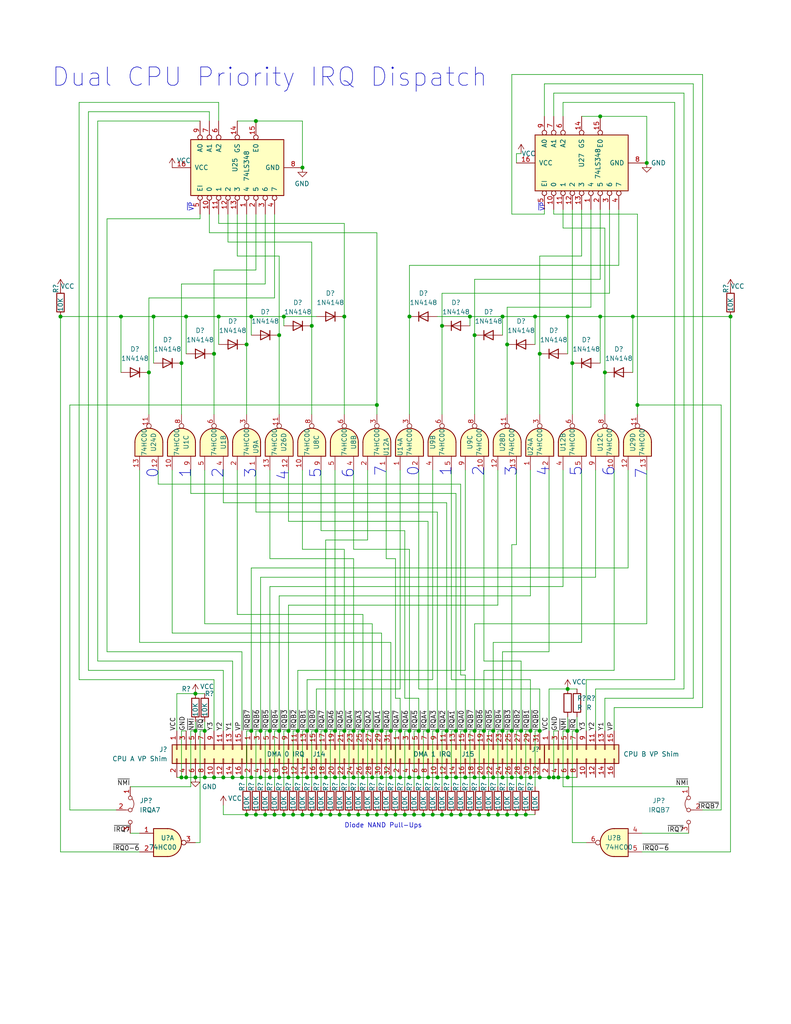
<source format=kicad_sch>
(kicad_sch (version 20211123) (generator eeschema)
  (paper "A" portrait)
  (junction (at 80.01 222.25))
  (junction (at 138.43 222.25))
  (junction (at 53.34 189.23))
  (junction (at 137.16 86.36))
  (junction (at 93.98 86.36))
  (junction (at 74.93 222.25))
  (junction (at 93.98 212.09))
  (junction (at 58.42 96.52))
  (junction (at 115.57 222.25))
  (junction (at 129.54 199.39))
  (junction (at 106.68 212.09))
  (junction (at 111.76 86.36))
  (junction (at 105.41 222.25))
  (junction (at 151.13 212.09))
  (junction (at 134.62 199.39))
  (junction (at 114.3 199.39))
  (junction (at 157.48 199.39))
  (junction (at 163.83 86.36))
  (junction (at 50.8 212.09))
  (junction (at 106.68 199.39))
  (junction (at 88.9 212.09))
  (junction (at 100.33 222.25))
  (junction (at 96.52 199.39))
  (junction (at 137.16 212.09))
  (junction (at 143.51 222.25))
  (junction (at 120.65 222.25))
  (junction (at 78.74 199.39))
  (junction (at 139.7 199.39))
  (junction (at 78.74 212.09))
  (junction (at 40.64 101.6))
  (junction (at 76.2 91.44))
  (junction (at 88.9 199.39))
  (junction (at 102.87 222.25))
  (junction (at 127 212.09))
  (junction (at 130.81 222.25))
  (junction (at 41.91 86.36))
  (junction (at 53.34 199.39))
  (junction (at 114.3 212.09))
  (junction (at 85.09 88.9))
  (junction (at 81.28 199.39))
  (junction (at 132.08 212.09))
  (junction (at 49.53 212.09))
  (junction (at 90.17 222.25))
  (junction (at 129.54 91.44))
  (junction (at 120.65 88.9))
  (junction (at 116.84 212.09))
  (junction (at 97.79 222.25))
  (junction (at 149.86 212.09))
  (junction (at 67.31 222.25))
  (junction (at 121.92 212.09))
  (junction (at 85.09 222.25))
  (junction (at 144.78 199.39))
  (junction (at 121.92 199.39))
  (junction (at 99.06 212.09))
  (junction (at 96.52 212.09))
  (junction (at 86.36 199.39))
  (junction (at 123.19 222.25))
  (junction (at 147.32 212.09))
  (junction (at 128.27 86.36))
  (junction (at 118.11 222.25))
  (junction (at 147.32 199.39))
  (junction (at 104.14 212.09))
  (junction (at 92.71 222.25))
  (junction (at 137.16 199.39))
  (junction (at 129.54 212.09))
  (junction (at 69.85 222.25))
  (junction (at 140.97 222.25))
  (junction (at 146.05 86.36))
  (junction (at 101.6 199.39))
  (junction (at 33.02 86.36))
  (junction (at 49.53 99.06))
  (junction (at 60.96 212.09))
  (junction (at 172.72 86.36))
  (junction (at 77.47 222.25))
  (junction (at 55.88 212.09))
  (junction (at 68.58 199.39))
  (junction (at 144.78 212.09))
  (junction (at 142.24 199.39))
  (junction (at 111.76 212.09))
  (junction (at 102.87 110.49))
  (junction (at 59.69 86.36))
  (junction (at 132.08 199.39))
  (junction (at 154.94 199.39))
  (junction (at 86.36 212.09))
  (junction (at 124.46 199.39))
  (junction (at 138.43 93.98))
  (junction (at 82.55 45.72))
  (junction (at 133.35 222.25))
  (junction (at 116.84 199.39))
  (junction (at 152.4 212.09))
  (junction (at 53.34 212.09))
  (junction (at 111.76 199.39))
  (junction (at 83.82 212.09))
  (junction (at 83.82 199.39))
  (junction (at 68.58 212.09))
  (junction (at 73.66 212.09))
  (junction (at 99.06 199.39))
  (junction (at 67.31 93.98))
  (junction (at 76.2 199.39))
  (junction (at 119.38 199.39))
  (junction (at 71.12 212.09))
  (junction (at 16.51 86.36))
  (junction (at 104.14 199.39))
  (junction (at 139.7 212.09))
  (junction (at 82.55 222.25))
  (junction (at 163.83 31.75))
  (junction (at 134.62 212.09))
  (junction (at 101.6 212.09))
  (junction (at 156.21 99.06))
  (junction (at 154.94 86.36))
  (junction (at 119.38 212.09))
  (junction (at 128.27 222.25))
  (junction (at 109.22 199.39))
  (junction (at 63.5 212.09))
  (junction (at 110.49 222.25))
  (junction (at 93.98 199.39))
  (junction (at 72.39 222.25))
  (junction (at 77.47 86.36))
  (junction (at 199.39 86.36))
  (junction (at 165.1 101.6))
  (junction (at 124.46 212.09))
  (junction (at 66.04 212.09))
  (junction (at 176.53 44.45))
  (junction (at 127 199.39))
  (junction (at 91.44 212.09))
  (junction (at 154.94 212.09))
  (junction (at 58.42 212.09))
  (junction (at 69.85 33.02))
  (junction (at 109.22 212.09))
  (junction (at 91.44 199.39))
  (junction (at 73.66 199.39))
  (junction (at 68.58 86.36))
  (junction (at 173.99 110.49))
  (junction (at 87.63 222.25))
  (junction (at 147.32 96.52))
  (junction (at 154.94 187.96))
  (junction (at 76.2 212.09))
  (junction (at 135.89 222.25))
  (junction (at 125.73 222.25))
  (junction (at 55.88 199.39))
  (junction (at 81.28 212.09))
  (junction (at 142.24 212.09))
  (junction (at 113.03 222.25))
  (junction (at 50.8 86.36))
  (junction (at 107.95 222.25))
  (junction (at 71.12 199.39))
  (junction (at 95.25 222.25))
  (wire (pts (xy 99.06 167.64) (xy 64.77 167.64)))
  (wire (pts (xy 64.77 33.02) (xy 69.85 33.02)))
  (wire (pts (xy 67.31 199.39) (xy 67.31 214.63)))
  (wire (pts (xy 144.78 199.39) (xy 143.51 199.39)))
  (wire (pts (xy 163.83 86.36) (xy 163.83 99.06)))
  (wire (pts (xy 69.85 199.39) (xy 69.85 214.63)))
  (wire (pts (xy 106.68 212.09) (xy 109.22 212.09)))
  (wire (pts (xy 129.54 170.18) (xy 129.54 199.39)))
  (wire (pts (xy 147.32 113.03) (xy 147.32 96.52)))
  (wire (pts (xy 114.3 199.39) (xy 113.03 199.39)))
  (wire (pts (xy 129.54 212.09) (xy 132.08 212.09)))
  (wire (pts (xy 173.99 58.42) (xy 173.99 110.49)))
  (wire (pts (xy 173.99 58.42) (xy 151.13 58.42)))
  (wire (pts (xy 143.51 222.25) (xy 140.97 222.25)))
  (wire (pts (xy 111.76 212.09) (xy 114.3 212.09)))
  (wire (pts (xy 118.11 199.39) (xy 118.11 214.63)))
  (wire (pts (xy 96.52 212.09) (xy 99.06 212.09)))
  (wire (pts (xy 152.4 212.09) (xy 154.94 212.09)))
  (wire (pts (xy 162.56 187.96) (xy 162.56 199.39)))
  (wire (pts (xy 72.39 58.42) (xy 72.39 77.47)))
  (wire (pts (xy 104.14 212.09) (xy 106.68 212.09)))
  (wire (pts (xy 142.24 41.91) (xy 140.97 41.91)))
  (wire (pts (xy 90.17 222.25) (xy 87.63 222.25)))
  (wire (pts (xy 154.94 86.36) (xy 154.94 96.52)))
  (wire (pts (xy 83.82 212.09) (xy 86.36 212.09)))
  (wire (pts (xy 137.16 199.39) (xy 137.16 177.8)))
  (wire (pts (xy 26.67 33.02) (xy 26.67 180.34)))
  (wire (pts (xy 101.6 170.18) (xy 55.88 170.18)))
  (wire (pts (xy 149.86 187.96) (xy 149.86 199.39)))
  (wire (pts (xy 83.82 185.42) (xy 118.11 185.42)))
  (wire (pts (xy 144.78 128.27) (xy 144.78 162.56)))
  (wire (pts (xy 96.52 152.4) (xy 96.52 199.39)))
  (wire (pts (xy 62.23 66.04) (xy 62.23 58.42)))
  (wire (pts (xy 54.61 58.42) (xy 54.61 59.69)))
  (wire (pts (xy 58.42 113.03) (xy 58.42 96.52)))
  (wire (pts (xy 132.08 180.34) (xy 132.08 128.27)))
  (wire (pts (xy 71.12 212.09) (xy 73.66 212.09)))
  (wire (pts (xy 81.28 199.39) (xy 80.01 199.39)))
  (wire (pts (xy 120.65 88.9) (xy 120.65 113.03)))
  (wire (pts (xy 82.55 33.02) (xy 82.55 45.72)))
  (wire (pts (xy 105.41 199.39) (xy 105.41 214.63)))
  (wire (pts (xy 57.15 63.5) (xy 102.87 63.5)))
  (wire (pts (xy 85.09 222.25) (xy 82.55 222.25)))
  (wire (pts (xy 69.85 222.25) (xy 67.31 222.25)))
  (wire (pts (xy 73.66 212.09) (xy 76.2 212.09)))
  (wire (pts (xy 107.95 152.4) (xy 105.41 152.4)))
  (wire (pts (xy 118.11 222.25) (xy 115.57 222.25)))
  (wire (pts (xy 93.98 60.96) (xy 59.69 60.96)))
  (wire (pts (xy 123.19 128.27) (xy 123.19 185.42)))
  (wire (pts (xy 50.8 212.09) (xy 53.34 212.09)))
  (wire (pts (xy 151.13 31.75) (xy 151.13 25.4)))
  (wire (pts (xy 107.95 190.5) (xy 107.95 152.4)))
  (wire (pts (xy 132.08 182.88) (xy 132.08 199.39)))
  (wire (pts (xy 49.53 99.06) (xy 49.53 77.47)))
  (wire (pts (xy 165.1 113.03) (xy 165.1 101.6)))
  (wire (pts (xy 165.1 62.23) (xy 153.67 62.23)))
  (wire (pts (xy 58.42 212.09) (xy 60.96 212.09)))
  (wire (pts (xy 99.06 199.39) (xy 99.06 167.64)))
  (wire (pts (xy 52.07 134.62) (xy 124.46 134.62)))
  (wire (pts (xy 41.91 86.36) (xy 33.02 86.36)))
  (wire (pts (xy 124.46 199.39) (xy 123.19 199.39)))
  (wire (pts (xy 35.56 227.33) (xy 38.1 227.33)))
  (wire (pts (xy 167.64 182.88) (xy 132.08 182.88)))
  (wire (pts (xy 167.64 128.27) (xy 167.64 182.88)))
  (wire (pts (xy 140.97 148.59) (xy 139.7 148.59)))
  (wire (pts (xy 69.85 33.02) (xy 82.55 33.02)))
  (wire (pts (xy 76.2 113.03) (xy 76.2 91.44)))
  (wire (pts (xy 189.23 22.86) (xy 189.23 190.5)))
  (wire (pts (xy 140.97 199.39) (xy 140.97 214.63)))
  (wire (pts (xy 63.5 180.34) (xy 63.5 199.39)))
  (wire (pts (xy 124.46 212.09) (xy 127 212.09)))
  (wire (pts (xy 60.96 219.71) (xy 60.96 222.25)))
  (wire (pts (xy 67.31 58.42) (xy 67.31 93.98)))
  (wire (pts (xy 88.9 147.32) (xy 100.33 147.32)))
  (wire (pts (xy 21.59 185.42) (xy 58.42 185.42)))
  (wire (pts (xy 109.22 212.09) (xy 111.76 212.09)))
  (wire (pts (xy 138.43 222.25) (xy 135.89 222.25)))
  (wire (pts (xy 116.84 212.09) (xy 119.38 212.09)))
  (wire (pts (xy 153.67 128.27) (xy 153.67 160.02)))
  (wire (pts (xy 146.05 222.25) (xy 143.51 222.25)))
  (wire (pts (xy 149.86 128.27) (xy 149.86 177.8)))
  (wire (pts (xy 85.09 199.39) (xy 85.09 214.63)))
  (wire (pts (xy 111.76 72.39) (xy 111.76 86.36)))
  (wire (pts (xy 121.92 212.09) (xy 124.46 212.09)))
  (wire (pts (xy 140.97 128.27) (xy 140.97 148.59)))
  (wire (pts (xy 16.51 86.36) (xy 16.51 232.41)))
  (wire (pts (xy 167.64 193.04) (xy 167.64 199.39)))
  (wire (pts (xy 147.32 199.39) (xy 147.32 187.96)))
  (wire (pts (xy 86.36 187.96) (xy 86.36 199.39)))
  (wire (pts (xy 59.69 60.96) (xy 59.69 58.42)))
  (wire (pts (xy 50.8 86.36) (xy 41.91 86.36)))
  (wire (pts (xy 146.05 86.36) (xy 154.94 86.36)))
  (wire (pts (xy 113.03 222.25) (xy 110.49 222.25)))
  (wire (pts (xy 88.9 212.09) (xy 91.44 212.09)))
  (wire (pts (xy 166.37 57.15) (xy 166.37 80.01)))
  (wire (pts (xy 142.24 212.09) (xy 144.78 212.09)))
  (wire (pts (xy 73.66 160.02) (xy 153.67 160.02)))
  (wire (pts (xy 157.48 195.58) (xy 157.48 199.39)))
  (wire (pts (xy 66.04 177.8) (xy 66.04 199.39)))
  (wire (pts (xy 86.36 199.39) (xy 85.09 199.39)))
  (wire (pts (xy 127 199.39) (xy 125.73 199.39)))
  (wire (pts (xy 102.87 63.5) (xy 102.87 110.49)))
  (wire (pts (xy 82.55 222.25) (xy 80.01 222.25)))
  (wire (pts (xy 68.58 199.39) (xy 67.31 199.39)))
  (wire (pts (xy 104.14 172.72) (xy 104.14 199.39)))
  (wire (pts (xy 151.13 25.4) (xy 186.69 25.4)))
  (wire (pts (xy 121.92 137.16) (xy 121.92 199.39)))
  (wire (pts (xy 151.13 212.09) (xy 152.4 212.09)))
  (wire (pts (xy 52.07 128.27) (xy 52.07 134.62)))
  (wire (pts (xy 55.88 189.23) (xy 53.34 189.23)))
  (wire (pts (xy 138.43 199.39) (xy 138.43 214.63)))
  (wire (pts (xy 191.77 220.98) (xy 196.85 220.98)))
  (wire (pts (xy 109.22 187.96) (xy 86.36 187.96)))
  (wire (pts (xy 24.13 182.88) (xy 60.96 182.88)))
  (wire (pts (xy 121.92 199.39) (xy 120.65 199.39)))
  (wire (pts (xy 113.03 199.39) (xy 113.03 214.63)))
  (wire (pts (xy 59.69 27.94) (xy 59.69 33.02)))
  (wire (pts (xy 133.35 199.39) (xy 133.35 214.63)))
  (wire (pts (xy 52.07 199.39) (xy 52.07 214.63)))
  (wire (pts (xy 78.74 128.27) (xy 78.74 142.24)))
  (wire (pts (xy 158.75 69.85) (xy 158.75 57.15)))
  (wire (pts (xy 60.96 128.27) (xy 60.96 137.16)))
  (wire (pts (xy 128.27 86.36) (xy 137.16 86.36)))
  (wire (pts (xy 107.95 199.39) (xy 107.95 214.63)))
  (wire (pts (xy 19.05 110.49) (xy 19.05 220.98)))
  (wire (pts (xy 125.73 132.08) (xy 125.73 184.15)))
  (wire (pts (xy 109.22 199.39) (xy 109.22 190.5)))
  (wire (pts (xy 49.53 212.09) (xy 50.8 212.09)))
  (wire (pts (xy 97.79 222.25) (xy 95.25 222.25)))
  (wire (pts (xy 67.31 222.25) (xy 60.96 222.25)))
  (wire (pts (xy 53.34 196.85) (xy 53.34 199.39)))
  (wire (pts (xy 127 212.09) (xy 129.54 212.09)))
  (wire (pts (xy 104.14 199.39) (xy 102.87 199.39)))
  (wire (pts (xy 57.15 58.42) (xy 57.15 63.5)))
  (wire (pts (xy 85.09 88.9) (xy 85.09 66.04)))
  (wire (pts (xy 99.06 212.09) (xy 101.6 212.09)))
  (wire (pts (xy 139.7 148.59) (xy 139.7 199.39)))
  (wire (pts (xy 176.53 170.18) (xy 129.54 170.18)))
  (wire (pts (xy 69.85 139.7) (xy 119.38 139.7)))
  (wire (pts (xy 156.21 113.03) (xy 156.21 99.06)))
  (wire (pts (xy 100.33 222.25) (xy 97.79 222.25)))
  (wire (pts (xy 93.98 113.03) (xy 93.98 86.36)))
  (wire (pts (xy 60.96 182.88) (xy 60.96 199.39)))
  (wire (pts (xy 132.08 199.39) (xy 130.81 199.39)))
  (wire (pts (xy 100.33 199.39) (xy 100.33 214.63)))
  (wire (pts (xy 135.89 165.1) (xy 135.89 128.27)))
  (wire (pts (xy 175.26 232.41) (xy 199.39 232.41)))
  (wire (pts (xy 69.85 58.42) (xy 69.85 73.66)))
  (wire (pts (xy 85.09 66.04) (xy 62.23 66.04)))
  (wire (pts (xy 86.36 212.09) (xy 88.9 212.09)))
  (wire (pts (xy 43.18 132.08) (xy 125.73 132.08)))
  (wire (pts (xy 138.43 93.98) (xy 138.43 113.03)))
  (wire (pts (xy 146.05 86.36) (xy 146.05 93.98)))
  (wire (pts (xy 127 182.88) (xy 81.28 182.88)))
  (wire (pts (xy 154.94 86.36) (xy 163.83 86.36)))
  (wire (pts (xy 151.13 57.15) (xy 151.13 58.42)))
  (wire (pts (xy 156.21 57.15) (xy 156.21 99.06)))
  (wire (pts (xy 114.3 199.39) (xy 114.3 190.5)))
  (wire (pts (xy 82.55 149.86) (xy 93.98 149.86)))
  (wire (pts (xy 101.6 199.39) (xy 100.33 199.39)))
  (wire (pts (xy 82.55 199.39) (xy 82.55 214.63)))
  (wire (pts (xy 73.66 152.4) (xy 96.52 152.4)))
  (wire (pts (xy 68.58 91.44) (xy 68.58 86.36)))
  (wire (pts (xy 72.39 222.25) (xy 69.85 222.25)))
  (wire (pts (xy 114.3 190.5) (xy 110.49 190.5)))
  (wire (pts (xy 60.96 212.09) (xy 63.5 212.09)))
  (wire (pts (xy 111.76 199.39) (xy 110.49 199.39)))
  (wire (pts (xy 102.87 110.49) (xy 19.05 110.49)))
  (wire (pts (xy 116.84 142.24) (xy 116.84 199.39)))
  (wire (pts (xy 82.55 128.27) (xy 82.55 149.86)))
  (wire (pts (xy 165.1 190.5) (xy 165.1 199.39)))
  (wire (pts (xy 92.71 199.39) (xy 92.71 214.63)))
  (wire (pts (xy 143.51 199.39) (xy 143.51 214.63)))
  (wire (pts (xy 147.32 187.96) (xy 114.3 187.96)))
  (wire (pts (xy 73.66 199.39) (xy 73.66 160.02)))
  (wire (pts (xy 111.76 72.39) (xy 168.91 72.39)))
  (wire (pts (xy 76.2 199.39) (xy 76.2 162.56)))
  (wire (pts (xy 111.76 149.86) (xy 111.76 199.39)))
  (wire (pts (xy 137.16 212.09) (xy 139.7 212.09)))
  (wire (pts (xy 93.98 199.39) (xy 92.71 199.39)))
  (wire (pts (xy 156.21 229.87) (xy 156.21 199.39)))
  (wire (pts (xy 176.53 128.27) (xy 176.53 170.18)))
  (wire (pts (xy 58.42 96.52) (xy 58.42 73.66)))
  (wire (pts (xy 142.24 199.39) (xy 142.24 180.34)))
  (wire (pts (xy 147.32 96.52) (xy 147.32 69.85)))
  (wire (pts (xy 88.9 199.39) (xy 88.9 147.32)))
  (wire (pts (xy 73.66 128.27) (xy 73.66 152.4)))
  (wire (pts (xy 87.63 144.78) (xy 87.63 128.27)))
  (wire (pts (xy 148.59 58.42) (xy 139.7 58.42)))
  (wire (pts (xy 85.09 113.03) (xy 85.09 88.9)))
  (wire (pts (xy 55.88 212.09) (xy 58.42 212.09)))
  (wire (pts (xy 161.29 83.82) (xy 161.29 57.15)))
  (wire (pts (xy 137.16 177.8) (xy 149.86 177.8)))
  (wire (pts (xy 135.89 199.39) (xy 135.89 214.63)))
  (wire (pts (xy 146.05 199.39) (xy 146.05 214.63)))
  (wire (pts (xy 63.5 212.09) (xy 66.04 212.09)))
  (wire (pts (xy 148.59 22.86) (xy 189.23 22.86)))
  (wire (pts (xy 156.21 199.39) (xy 157.48 199.39)))
  (wire (pts (xy 50.8 86.36) (xy 50.8 96.52)))
  (wire (pts (xy 125.73 184.15) (xy 127 184.15)))
  (wire (pts (xy 97.79 199.39) (xy 97.79 214.63)))
  (wire (pts (xy 38.1 128.27) (xy 38.1 175.26)))
  (wire (pts (xy 168.91 57.15) (xy 168.91 72.39)))
  (wire (pts (xy 109.22 190.5) (xy 107.95 190.5)))
  (wire (pts (xy 52.07 199.39) (xy 53.34 199.39)))
  (wire (pts (xy 116.84 199.39) (xy 115.57 199.39)))
  (wire (pts (xy 134.62 199.39) (xy 133.35 199.39)))
  (wire (pts (xy 109.22 199.39) (xy 107.95 199.39)))
  (wire (pts (xy 191.77 193.04) (xy 167.64 193.04)))
  (wire (pts (xy 148.59 58.42) (xy 148.59 57.15)))
  (wire (pts (xy 53.34 212.09) (xy 55.88 212.09)))
  (wire (pts (xy 83.82 199.39) (xy 83.82 185.42)))
  (wire (pts (xy 176.53 31.75) (xy 176.53 44.45)))
  (wire (pts (xy 87.63 222.25) (xy 85.09 222.25)))
  (wire (pts (xy 29.21 59.69) (xy 29.21 177.8)))
  (wire (pts (xy 153.67 31.75) (xy 153.67 27.94)))
  (wire (pts (xy 93.98 149.86) (xy 93.98 199.39)))
  (wire (pts (xy 189.23 190.5) (xy 165.1 190.5)))
  (wire (pts (xy 140.97 222.25) (xy 138.43 222.25)))
  (wire (pts (xy 129.54 76.2) (xy 163.83 76.2)))
  (wire (pts (xy 171.45 154.94) (xy 171.45 128.27)))
  (wire (pts (xy 137.16 86.36) (xy 146.05 86.36)))
  (wire (pts (xy 161.29 83.82) (xy 138.43 83.82)))
  (wire (pts (xy 58.42 73.66) (xy 69.85 73.66)))
  (wire (pts (xy 115.57 222.25) (xy 113.03 222.25)))
  (wire (pts (xy 127 128.27) (xy 127 182.88)))
  (wire (pts (xy 123.19 222.25) (xy 120.65 222.25)))
  (wire (pts (xy 129.54 91.44) (xy 129.54 76.2)))
  (wire (pts (xy 153.67 199.39) (xy 154.94 199.39)))
  (wire (pts (xy 46.99 128.27) (xy 46.99 172.72)))
  (wire (pts (xy 78.74 212.09) (xy 81.28 212.09)))
  (wire (pts (xy 157.48 187.96) (xy 154.94 187.96)))
  (wire (pts (xy 96.52 128.27) (xy 96.52 149.86)))
  (wire (pts (xy 129.54 199.39) (xy 128.27 199.39)))
  (wire (pts (xy 80.01 222.25) (xy 77.47 222.25)))
  (wire (pts (xy 154.94 187.96) (xy 149.86 187.96)))
  (wire (pts (xy 38.1 175.26) (xy 106.68 175.26)))
  (wire (pts (xy 49.53 113.03) (xy 49.53 99.06)))
  (wire (pts (xy 59.69 27.94) (xy 21.59 27.94)))
  (wire (pts (xy 41.91 86.36) (xy 41.91 99.06)))
  (wire (pts (xy 96.52 199.39) (xy 95.25 199.39)))
  (wire (pts (xy 78.74 199.39) (xy 77.47 199.39)))
  (wire (pts (xy 26.67 180.34) (xy 63.5 180.34)))
  (wire (pts (xy 68.58 199.39) (xy 68.58 154.94)))
  (wire (pts (xy 78.74 165.1) (xy 135.89 165.1)))
  (wire (pts (xy 102.87 110.49) (xy 102.87 113.03)))
  (wire (pts (xy 175.26 227.33) (xy 187.96 227.33)))
  (wire (pts (xy 114.3 212.09) (xy 116.84 212.09)))
  (wire (pts (xy 114.3 187.96) (xy 114.3 128.27)))
  (wire (pts (xy 105.41 222.25) (xy 102.87 222.25)))
  (wire (pts (xy 76.2 212.09) (xy 78.74 212.09)))
  (wire (pts (xy 101.6 212.09) (xy 104.14 212.09)))
  (wire (pts (xy 24.13 30.48) (xy 24.13 182.88)))
  (wire (pts (xy 130.81 222.25) (xy 128.27 222.25)))
  (wire (pts (xy 163.83 31.75) (xy 176.53 31.75)))
  (wire (pts (xy 72.39 199.39) (xy 72.39 214.63)))
  (wire (pts (xy 35.56 214.63) (xy 52.07 214.63)))
  (wire (pts (xy 59.69 86.36) (xy 59.69 93.98)))
  (wire (pts (xy 129.54 91.44) (xy 129.54 113.03)))
  (wire (pts (xy 55.88 199.39) (xy 54.61 199.39)))
  (wire (pts (xy 67.31 93.98) (xy 67.31 113.03)))
  (wire (pts (xy 49.53 199.39) (xy 49.53 212.09)))
  (wire (pts (xy 165.1 62.23) (xy 165.1 101.6)))
  (wire (pts (xy 124.46 134.62) (xy 124.46 199.39)))
  (wire (pts (xy 158.75 31.75) (xy 163.83 31.75)))
  (wire (pts (xy 76.2 91.44) (xy 76.2 69.85)))
  (wire (pts (xy 139.7 212.09) (xy 142.24 212.09)))
  (wire (pts (xy 88.9 199.39) (xy 87.63 199.39)))
  (wire (pts (xy 172.72 86.36) (xy 172.72 101.6)))
  (wire (pts (xy 77.47 199.39) (xy 77.47 214.63)))
  (wire (pts (xy 19.05 220.98) (xy 31.75 220.98)))
  (wire (pts (xy 128.27 86.36) (xy 128.27 88.9)))
  (wire (pts (xy 110.49 199.39) (xy 110.49 214.63)))
  (wire (pts (xy 48.26 189.23) (xy 48.26 199.39)))
  (wire (pts (xy 110.49 144.78) (xy 87.63 144.78)))
  (wire (pts (xy 128.27 222.25) (xy 125.73 222.25)))
  (wire (pts (xy 184.15 185.42) (xy 160.02 185.42)))
  (wire (pts (xy 186.69 25.4) (xy 186.69 187.96)))
  (wire (pts (xy 77.47 86.36) (xy 68.58 86.36)))
  (wire (pts (xy 33.02 86.36) (xy 16.51 86.36)))
  (wire (pts (xy 153.67 214.63) (xy 187.96 214.63)))
  (wire (pts (xy 153.67 62.23) (xy 153.67 57.15)))
  (wire (pts (xy 54.61 199.39) (xy 54.61 229.87)))
  (wire (pts (xy 81.28 182.88) (xy 81.28 199.39)))
  (wire (pts (xy 118.11 185.42) (xy 118.11 128.27)))
  (wire (pts (xy 68.58 154.94) (xy 171.45 154.94)))
  (wire (pts (xy 66.04 212.09) (xy 68.58 212.09)))
  (wire (pts (xy 83.82 199.39) (xy 82.55 199.39)))
  (wire (pts (xy 120.65 80.01) (xy 120.65 88.9)))
  (wire (pts (xy 68.58 86.36) (xy 59.69 86.36)))
  (wire (pts (xy 64.77 167.64) (xy 64.77 128.27)))
  (wire (pts (xy 133.35 222.25) (xy 130.81 222.25)))
  (wire (pts (xy 147.32 212.09) (xy 149.86 212.09)))
  (wire (pts (xy 119.38 199.39) (xy 118.11 199.39)))
  (wire (pts (xy 138.43 83.82) (xy 138.43 93.98)))
  (wire (pts (xy 95.25 199.39) (xy 95.25 214.63)))
  (wire (pts (xy 144.78 185.42) (xy 144.78 199.39)))
  (wire (pts (xy 109.22 128.27) (xy 109.22 187.96)))
  (wire (pts (xy 40.64 81.28) (xy 74.93 81.28)))
  (wire (pts (xy 74.93 199.39) (xy 74.93 214.63)))
  (wire (pts (xy 91.44 199.39) (xy 90.17 199.39)))
  (wire (pts (xy 154.94 195.58) (xy 154.94 199.39)))
  (wire (pts (xy 96.52 149.86) (xy 111.76 149.86)))
  (wire (pts (xy 40.64 101.6) (xy 40.64 81.28)))
  (wire (pts (xy 149.86 212.09) (xy 151.13 212.09)))
  (wire (pts (xy 153.67 214.63) (xy 153.67 199.39)))
  (wire (pts (xy 90.17 199.39) (xy 90.17 214.63)))
  (wire (pts (xy 69.85 128.27) (xy 69.85 139.7)))
  (wire (pts (xy 40.64 113.03) (xy 40.64 101.6)))
  (wire (pts (xy 68.58 212.09) (xy 71.12 212.09)))
  (wire (pts (xy 77.47 222.25) (xy 74.93 222.25)))
  (wire (pts (xy 64.77 69.85) (xy 64.77 58.42)))
  (wire (pts (xy 123.19 185.42) (xy 144.78 185.42)))
  (wire (pts (xy 130.81 199.39) (xy 130.81 214.63)))
  (wire (pts (xy 29.21 59.69) (xy 54.61 59.69)))
  (wire (pts (xy 76.2 162.56) (xy 144.78 162.56)))
  (wire (pts (xy 102.87 199.39) (xy 102.87 214.63)))
  (wire (pts (xy 111.76 113.03) (xy 111.76 86.36)))
  (wire (pts (xy 139.7 20.32) (xy 139.7 58.42)))
  (wire (pts (xy 119.38 139.7) (xy 119.38 199.39)))
  (wire (pts (xy 137.16 199.39) (xy 135.89 199.39)))
  (wire (pts (xy 196.85 220.98) (xy 196.85 110.49)))
  (wire (pts (xy 132.08 212.09) (xy 134.62 212.09)))
  (wire (pts (xy 73.66 199.39) (xy 72.39 199.39)))
  (wire (pts (xy 95.25 222.25) (xy 92.71 222.25)))
  (wire (pts (xy 53.34 189.23) (xy 48.26 189.23)))
  (wire (pts (xy 147.32 69.85) (xy 158.75 69.85)))
  (wire (pts (xy 48.26 212.09) (xy 49.53 212.09)))
  (wire (pts (xy 196.85 110.49) (xy 173.99 110.49)))
  (wire (pts (xy 158.75 175.26) (xy 134.62 175.26)))
  (wire (pts (xy 78.74 165.1) (xy 78.74 199.39)))
  (wire (pts (xy 137.16 91.44) (xy 137.16 86.36)))
  (wire (pts (xy 135.89 222.25) (xy 133.35 222.25)))
  (wire (pts (xy 91.44 212.09) (xy 93.98 212.09)))
  (wire (pts (xy 139.7 199.39) (xy 138.43 199.39)))
  (wire (pts (xy 93.98 86.36) (xy 93.98 60.96)))
  (wire (pts (xy 78.74 142.24) (xy 116.84 142.24)))
  (wire (pts (xy 58.42 185.42) (xy 58.42 199.39)))
  (wire (pts (xy 92.71 222.25) (xy 90.17 222.25)))
  (wire (pts (xy 154.94 212.09) (xy 157.48 212.09)))
  (wire (pts (xy 91.44 128.27) (xy 91.44 199.39)))
  (wire (pts (xy 24.13 30.48) (xy 57.15 30.48)))
  (wire (pts (xy 106.68 199.39) (xy 105.41 199.39)))
  (wire (pts (xy 102.87 222.25) (xy 100.33 222.25)))
  (wire (pts (xy 105.41 152.4) (xy 105.41 128.27)))
  (wire (pts (xy 125.73 199.39) (xy 125.73 214.63)))
  (wire (pts (xy 60.96 137.16) (xy 121.92 137.16)))
  (wire (pts (xy 80.01 199.39) (xy 80.01 214.63)))
  (wire (pts (xy 163.83 57.15) (xy 163.83 76.2)))
  (wire (pts (xy 142.24 180.34) (xy 132.08 180.34)))
  (wire (pts (xy 74.93 222.25) (xy 72.39 222.25)))
  (wire (pts (xy 158.75 128.27) (xy 158.75 175.26)))
  (wire (pts (xy 153.67 27.94) (xy 184.15 27.94)))
  (wire (pts (xy 162.56 128.27) (xy 162.56 157.48)))
  (wire (pts (xy 16.51 232.41) (xy 38.1 232.41)))
  (wire (pts (xy 134.62 175.26) (xy 134.62 199.39)))
  (wire (pts (xy 74.93 58.42) (xy 74.93 81.28)))
  (wire (pts (xy 87.63 199.39) (xy 87.63 214.63)))
  (wire (pts (xy 43.18 128.27) (xy 43.18 132.08)))
  (wire (pts (xy 99.06 199.39) (xy 97.79 199.39)))
  (wire (pts (xy 81.28 212.09) (xy 83.82 212.09)))
  (wire (pts (xy 120.65 222.25) (xy 118.11 222.25)))
  (wire (pts (xy 29.21 177.8) (xy 66.04 177.8)))
  (wire (pts (xy 128.27 199.39) (xy 128.27 214.63)))
  (wire (pts (xy 119.38 86.36) (xy 128.27 86.36)))
  (wire (pts (xy 144.78 212.09) (xy 147.32 212.09)))
  (wire (pts (xy 125.73 222.25) (xy 123.19 222.25)))
  (wire (pts (xy 110.49 222.25) (xy 107.95 222.25)))
  (wire (pts (xy 139.7 20.32) (xy 191.77 20.32)))
  (wire (pts (xy 100.33 147.32) (xy 100.33 128.27)))
  (wire (pts (xy 33.02 86.36) (xy 33.02 101.6)))
  (wire (pts (xy 71.12 199.39) (xy 71.12 157.48)))
  (wire (pts (xy 46.99 172.72) (xy 104.14 172.72)))
  (wire (pts (xy 148.59 31.75) (xy 148.59 22.86)))
  (wire (pts (xy 59.69 86.36) (xy 50.8 86.36)))
  (wire (pts (xy 119.38 212.09) (xy 121.92 212.09)))
  (wire (pts (xy 191.77 20.32) (xy 191.77 193.04)))
  (wire (pts (xy 172.72 86.36) (xy 199.39 86.36)))
  (wire (pts (xy 199.39 86.36) (xy 199.39 232.41)))
  (wire (pts (xy 49.53 77.47) (xy 72.39 77.47)))
  (wire (pts (xy 54.61 229.87) (xy 53.34 229.87)))
  (wire (pts (xy 107.95 222.25) (xy 105.41 222.25)))
  (wire (pts (xy 57.15 30.48) (xy 57.15 33.02)))
  (wire (pts (xy 152.4 199.39) (xy 151.13 199.39)))
  (wire (pts (xy 55.88 196.85) (xy 55.88 199.39)))
  (wire (pts (xy 54.61 33.02) (xy 26.67 33.02)))
  (wire (pts (xy 134.62 212.09) (xy 137.16 212.09)))
  (wire (pts (xy 156.21 229.87) (xy 160.02 229.87)))
  (wire (pts (xy 173.99 110.49) (xy 173.99 113.03)))
  (wire (pts (xy 76.2 69.85) (xy 64.77 69.85)))
  (wire (pts (xy 147.32 199.39) (xy 146.05 199.39)))
  (wire (pts (xy 71.12 199.39) (xy 69.85 199.39)))
  (wire (pts (xy 184.15 27.94) (xy 184.15 185.42)))
  (wire (pts (xy 76.2 199.39) (xy 74.93 199.39)))
  (wire (pts (xy 101.6 199.39) (xy 101.6 170.18)))
  (wire (pts (xy 142.24 199.39) (xy 140.97 199.39)))
  (wire (pts (xy 106.68 175.26) (xy 106.68 199.39)))
  (wire (pts (xy 120.65 199.39) (xy 120.65 214.63)))
  (wire (pts (xy 151.13 199.39) (xy 151.13 212.09)))
  (wire (pts (xy 163.83 86.36) (xy 172.72 86.36)))
  (wire (pts (xy 160.02 185.42) (xy 160.02 199.39)))
  (wire (pts (xy 162.56 187.96) (xy 186.69 187.96)))
  (wire (pts (xy 21.59 27.94) (xy 21.59 185.42)))
  (wire (pts (xy 123.19 199.39) (xy 123.19 214.63)))
  (wire (pts (xy 86.36 86.36) (xy 77.47 86.36)))
  (wire (pts (xy 55.88 170.18) (xy 55.88 128.27)))
  (wire (pts (xy 110.49 190.5) (xy 110.49 144.78)))
  (wire (pts (xy 71.12 157.48) (xy 162.56 157.48)))
  (wire (pts (xy 120.65 80.01) (xy 166.37 80.01)))
  (wire (pts (xy 140.97 41.91) (xy 140.97 44.45)))
  (wire (pts (xy 115.57 199.39) (xy 115.57 214.63)))
  (wire (pts (xy 77.47 86.36) (xy 77.47 88.9)))
  (wire (pts (xy 127 184.15) (xy 127 199.39)))
  (wire (pts (xy 50.8 199.39) (xy 49.53 199.39)))
  (wire (pts (xy 93.98 212.09) (xy 96.52 212.09)))
  (text "5" (at 159.004 130.175 90) (effects (font (size 3 3)) (justify left bottom)))
  (text "0\n" (at 114.554 130.175 90) (effects (font (size 3 3)) (justify left bottom)))
  (text "3" (at 141.224 130.175 90) (effects (font (size 3 3)) (justify left bottom)))
  (text "7" (at 176.784 130.81 90) (effects (font (size 3 3)) (justify left bottom)))
  (text "0\n" (at 43.434 127.635 270) (effects (font (size 3 3)) (justify right bottom)))
  (text "7" (at 105.664 130.175 90) (effects (font (size 3 3)) (justify left bottom)))
  (text "~{VP}" (at 148.844 57.785 90) (effects (font (size 1.27 1.27)) (justify left bottom)))
  (text "1" (at 52.324 127.635 270) (effects (font (size 3 3)) (justify right bottom)))
  (text "2" (at 132.334 130.175 90) (effects (font (size 3 3)) (justify left bottom)))
  (text "~{VP}" (at 52.959 57.785 90) (effects (font (size 1.27 1.27)) (justify left bottom)))
  (text "6" (at 96.774 127.635 270) (effects (font (size 3 3)) (justify right bottom)))
  (text "4" (at 78.994 128.27 270) (effects (font (size 3 3)) (justify right bottom)))
  (text "5" (at 87.884 127.635 270) (effects (font (size 3 3)) (justify right bottom)))
  (text "1" (at 123.444 130.175 90) (effects (font (size 3 3)) (justify left bottom)))
  (text "Dual CPU Priority IRQ Dispatch" (at 13.97 24.13 0) (effects (font (size 5 5)) (justify left bottom)))
  (text "2" (at 61.214 127.635 270) (effects (font (size 3 3)) (justify right bottom)))
  (text "4" (at 150.114 130.175 90) (effects (font (size 3 3)) (justify left bottom)))
  (text "Diode NAND Pull-Ups" (at 93.98 226.06 0) (effects (font (size 1.27 1.27)) (justify left bottom)))
  (text "3" (at 70.104 127.635 270) (effects (font (size 3 3)) (justify right bottom)))
  (text "6" (at 167.894 130.175 90) (effects (font (size 3 3)) (justify left bottom)))
  (label "~{IRQB4}" (at 137.16 199.39 90))
  (label "~{IRQA5}" (at 114.3 199.39 90))
  (label "~{IRQA3}" (at 99.06 199.39 90))
  (label "~{IRQB0}" (at 86.36 199.39 90))
  (label "~{NMI}" (at 154.94 199.39 90))
  (label "~{IRQA2}" (at 101.6 199.39 90))
  (label "~{IRQA5}" (at 93.98 199.39 90))
  (label "~{IRQB7}" (at 129.54 199.39 90))
  (label "~{IRQA2}" (at 121.92 199.39 90))
  (label "VP" (at 167.64 199.39 90))
  (label "~{IRQ0-6}" (at 38.1 232.41 180))
  (label "~{IRQB6}" (at 71.12 199.39 90))
  (label "~{IRQA7}" (at 88.9 199.39 90))
  (label "~{IRQB0}" (at 147.32 199.39 90))
  (label "~{IRQA4}" (at 116.84 199.39 90))
  (label "~{NMI}" (at 187.96 214.63 180))
  (label "~{IRQA4}" (at 96.52 199.39 90))
  (label "Y3" (at 160.02 199.39 90))
  (label "Y3" (at 58.42 199.39 90))
  (label "~{IRQ7}" (at 35.56 227.33 180))
  (label "VCC" (at 149.86 199.39 90))
  (label "~{IRQA0}" (at 106.68 199.39 90))
  (label "~{IRQA1}" (at 124.46 199.39 90))
  (label "~{IRQA1}" (at 104.14 199.39 90))
  (label "~{IRQA3}" (at 119.38 199.39 90))
  (label "~{IRQA7}" (at 109.22 199.39 90))
  (label "VCC" (at 48.26 199.39 90))
  (label "GND" (at 50.8 199.39 90))
  (label "~{IRQ}" (at 157.48 199.39 90))
  (label "GND" (at 152.4 199.39 90))
  (label "~{IRQB3}" (at 78.74 199.39 90))
  (label "~{IRQB5}" (at 134.62 199.39 90))
  (label "~{IRQB2}" (at 81.28 199.39 90))
  (label "~{NMI}" (at 53.34 199.39 90))
  (label "~{IRQ7}" (at 186.69 227.33 180))
  (label "~{IRQ0-6}" (at 175.26 232.41 0))
  (label "~{IRQB1}" (at 83.82 199.39 90))
  (label "Y2" (at 162.56 199.39 90))
  (label "~{IRQA6}" (at 91.44 199.39 90))
  (label "~{IRQB6}" (at 132.08 199.39 90))
  (label "~{IRQA0}" (at 127 199.39 90))
  (label "Y1" (at 165.1 199.39 90))
  (label "~{IRQB2}" (at 142.24 199.39 90))
  (label "~{IRQB7}" (at 190.5 220.98 0))
  (label "~{IRQB7}" (at 68.58 199.39 90))
  (label "~{IRQB5}" (at 73.66 199.39 90))
  (label "~{IRQB1}" (at 144.78 199.39 90))
  (label "~{IRQB3}" (at 139.7 199.39 90))
  (label "VP" (at 66.04 199.39 90))
  (label "~{IRQ}" (at 55.88 199.39 90))
  (label "~{NMI}" (at 35.56 214.63 180))
  (label "~{IRQB4}" (at 76.2 199.39 90))
  (label "Y1" (at 63.5 199.39 90))
  (label "~{IRQA6}" (at 111.76 199.39 90))
  (label "Y2" (at 60.96 199.39 90))
  (symbol (lib_id "Device:R") (at 97.79 218.44 0) (unit 1)
    (property "Reference" "R?" (at 96.52 215.8999 90) (effects (justify left)))
    (property "Value" "10K" (at 97.79 220.9799 90) (effects (justify left)))
  )
  (symbol (lib_id "Device:R") (at 67.31 218.44 0) (unit 1)
    (property "Reference" "R?" (at 66.04 215.8999 90) (effects (justify left)))
    (property "Value" "10K" (at 67.31 220.9799 90) (effects (justify left)))
  )
  (symbol (lib_id "74xx:74HC00") (at 45.72 229.87 0) (unit 1)
    (property "Reference" "U?" (at 45.72 228.6 0))
    (property "Value" "74HC00" (at 44.45 231.14 0))
    (property "Datasheet" "http://www.ti.com/lit/gpn/sn74hc00" (effects hide))
  )
  (symbol (lib_id "power:GND") (at 53.34 212.09 0) (mirror y) (unit 1)
    (property "Reference" "#PWR027" (effects hide))
    (property "Value" "GND" (at 57.15 214.63 0))
  )
  (symbol (lib_id "Diode:1N4148") (at 142.24 93.98 0) (unit 1)
    (property "Reference" "D?" (at 142.24 87.63 0))
    (property "Value" "1N4148" (at 142.24 90.17 0))
    (property "Footprint" "Diode_THT:D_DO-35_SOD27_P7.62mm_Horizontal" (effects hide))
    (property "Datasheet" "https://assets.nexperia.com/documents/data-sheet/1N4148_1N4448.pdf" (effects hide))
  )
  (symbol (lib_id "Device:R") (at 146.05 218.44 0) (unit 1)
    (property "Reference" "R?" (at 144.78 215.8999 90) (effects (justify left)))
    (property "Value" "10K" (at 146.05 220.9799 90) (effects (justify left)))
  )
  (symbol (lib_id "74xx:74LS348") (at 158.75 44.45 90) (unit 1)
    (property "Reference" "U27" (at 158.75 45.72 0) (effects (justify left)))
    (property "Value" "74LS348" (at 163.195 48.895 0) (effects (justify left)))
    (property "Datasheet" "http://www.ti.com/lit/gpn/sn74LS348" (effects hide))
  )
  (symbol (lib_id "Diode:1N4148") (at 160.02 99.06 0) (unit 1)
    (property "Reference" "D?" (at 160.02 92.71 0))
    (property "Value" "1N4148" (at 160.02 95.25 0))
    (property "Footprint" "Diode_THT:D_DO-35_SOD27_P7.62mm_Horizontal" (effects hide))
    (property "Datasheet" "https://assets.nexperia.com/documents/data-sheet/1N4148_1N4448.pdf" (effects hide))
  )
  (symbol (lib_name "VCC_1") (lib_id "power:VCC") (at 199.39 78.74 0) (unit 1)
    (property "Reference" "#PWR?" (effects hide))
    (property "Value" "VCC" (at 201.295 78.105 0))
  )
  (symbol (lib_id "Device:R") (at 107.95 218.44 0) (unit 1)
    (property "Reference" "R?" (at 106.68 215.8999 90) (effects (justify left)))
    (property "Value" "10K" (at 107.95 220.9799 90) (effects (justify left)))
  )
  (symbol (lib_id "Device:R") (at 80.01 218.44 0) (unit 1)
    (property "Reference" "R?" (at 78.74 215.8999 90) (effects (justify left)))
    (property "Value" "10K" (at 80.01 220.9799 90) (effects (justify left)))
  )
  (symbol (lib_id "74xx:74HC00") (at 165.1 120.65 90) (unit 3)
    (property "Reference" "U12" (at 163.83 120.65 0))
    (property "Value" "74HC00" (at 166.37 120.65 0))
    (property "Datasheet" "http://www.ti.com/lit/gpn/sn74hc00" (effects hide))
  )
  (symbol (lib_id "Device:R") (at 135.89 218.44 0) (unit 1)
    (property "Reference" "R?" (at 134.62 215.8999 90) (effects (justify left)))
    (property "Value" "10K" (at 135.89 220.9799 90) (effects (justify left)))
  )
  (symbol (lib_id "power:GND") (at 176.53 44.45 0) (mirror y) (unit 1)
    (property "Reference" "#PWR030" (effects hide))
    (property "Value" "GND" (at 179.705 44.45 0))
  )
  (symbol (lib_id "Device:R") (at 140.97 218.44 0) (unit 1)
    (property "Reference" "R?" (at 139.7 215.8999 90) (effects (justify left)))
    (property "Value" "10K" (at 140.97 220.9799 90) (effects (justify left)))
  )
  (symbol (lib_id "Device:R") (at 100.33 218.44 0) (unit 1)
    (property "Reference" "R?" (at 99.06 215.8999 90) (effects (justify left)))
    (property "Value" "10K" (at 100.33 220.9799 90) (effects (justify left)))
  )
  (symbol (lib_id "74xx:74HC00") (at 138.43 120.65 90) (unit 4)
    (property "Reference" "U28" (at 137.16 120.65 0))
    (property "Value" "74HC00" (at 139.7 120.65 0))
    (property "Datasheet" "http://www.ti.com/lit/gpn/sn74hc00" (effects hide))
  )
  (symbol (lib_id "74xx:74HC00") (at 76.2 120.65 270) (mirror x) (unit 4)
    (property "Reference" "U26" (at 77.47 120.65 0))
    (property "Value" "74HC00" (at 74.93 120.65 0))
    (property "Datasheet" "http://www.ti.com/lit/gpn/sn74hc00" (effects hide))
  )
  (symbol (lib_name "VCC_1") (lib_id "power:VCC") (at 154.94 187.96 0) (unit 1)
    (property "Reference" "#PWR?" (effects hide))
    (property "Value" "VCC" (at 158.115 186.055 0))
  )
  (symbol (lib_id "74xx:74HC00") (at 67.31 120.65 270) (mirror x) (unit 1)
    (property "Reference" "U9" (at 69.85 121.92 0))
    (property "Value" "74HC00" (at 67.31 120.65 0))
    (property "Datasheet" "http://www.ti.com/lit/gpn/sn74hc00" (effects hide))
  )
  (symbol (lib_name "VCC_1") (lib_id "power:VCC") (at 60.96 219.71 0) (unit 1)
    (property "Reference" "#PWR?" (effects hide))
    (property "Value" "VCC" (at 64.135 217.805 0))
  )
  (symbol (lib_id "Device:R") (at 95.25 218.44 0) (unit 1)
    (property "Reference" "R?" (at 93.98 215.8999 90) (effects (justify left)))
    (property "Value" "10K" (at 95.25 220.9799 90) (effects (justify left)))
  )
  (symbol (lib_id "Connector_Generic:Conn_02x08_Odd_Even") (at 55.88 204.47 90) (mirror x) (unit 1)
    (property "Reference" "J?" (at 45.72 204.4699 90) (effects (justify left)))
    (property "Value" "CPU A VP Shim" (at 45.72 207.0099 90) (effects (justify left)))
  )
  (symbol (lib_id "74xx:74HC00") (at 40.64 120.65 270) (mirror x) (unit 4)
    (property "Reference" "U24" (at 41.91 120.65 0))
    (property "Value" "74HC00" (at 39.37 120.65 0))
    (property "Datasheet" "http://www.ti.com/lit/gpn/sn74hc00" (effects hide))
  )
  (symbol (lib_id "Device:R") (at 69.85 218.44 0) (unit 1)
    (property "Reference" "R?" (at 68.58 215.8999 90) (effects (justify left)))
    (property "Value" "10K" (at 69.85 220.9799 90) (effects (justify left)))
  )
  (symbol (lib_id "Device:R") (at 125.73 218.44 0) (unit 1)
    (property "Reference" "R?" (at 124.46 215.8999 90) (effects (justify left)))
    (property "Value" "10K" (at 125.73 220.9799 90) (effects (justify left)))
  )
  (symbol (lib_id "Device:R") (at 130.81 218.44 0) (unit 1)
    (property "Reference" "R?" (at 129.54 215.8999 90) (effects (justify left)))
    (property "Value" "10K" (at 130.81 220.9799 90) (effects (justify left)))
  )
  (symbol (lib_id "Device:R") (at 16.51 82.55 0) (unit 1)
    (property "Reference" "R?" (at 15.24 80.0099 90) (effects (justify left)))
    (property "Value" "10K" (at 16.51 85.0899 90) (effects (justify left)))
  )
  (symbol (lib_id "Device:R") (at 53.34 193.04 0) (unit 1)
    (property "Reference" "R?" (at 49.53 187.9599 0) (effects (justify left)))
    (property "Value" "10K" (at 53.34 195.5799 90) (effects (justify left)))
  )
  (symbol (lib_id "Connector_Generic:Conn_02x16_Odd_Even") (at 127 204.47 90) (mirror x) (unit 1)
    (property "Reference" "J15" (at 129.54 205.7399 90) (effects (justify left)))
    (property "Value" "DMA 1 IRQ" (at 123.19 205.7399 90) (effects (justify left)))
  )
  (symbol (lib_name "VCC_1") (lib_id "power:VCC") (at 46.99 45.72 0) (unit 1)
    (property "Reference" "#PWR026" (effects hide))
    (property "Value" "VCC" (at 50.165 43.815 0))
  )
  (symbol (lib_id "Diode:1N4148") (at 45.72 99.06 0) (mirror y) (unit 1)
    (property "Reference" "D?" (at 45.72 92.71 0))
    (property "Value" "1N4148" (at 45.72 95.25 0))
    (property "Footprint" "Diode_THT:D_DO-35_SOD27_P7.62mm_Horizontal" (effects hide))
    (property "Datasheet" "https://assets.nexperia.com/documents/data-sheet/1N4148_1N4448.pdf" (effects hide))
  )
  (symbol (lib_id "Device:R") (at 133.35 218.44 0) (unit 1)
    (property "Reference" "R?" (at 132.08 215.8999 90) (effects (justify left)))
    (property "Value" "10K" (at 133.35 220.9799 90) (effects (justify left)))
  )
  (symbol (lib_id "74xx:74HC00") (at 129.54 120.65 90) (unit 3)
    (property "Reference" "U9" (at 128.27 120.65 0))
    (property "Value" "74HC00" (at 130.81 120.65 0))
    (property "Datasheet" "http://www.ti.com/lit/gpn/sn74hc00" (effects hide))
  )
  (symbol (lib_id "Diode:1N4148") (at 90.17 86.36 0) (mirror y) (unit 1)
    (property "Reference" "D?" (at 90.17 80.01 0))
    (property "Value" "1N4148" (at 90.17 82.55 0))
    (property "Footprint" "Diode_THT:D_DO-35_SOD27_P7.62mm_Horizontal" (effects hide))
    (property "Datasheet" "https://assets.nexperia.com/documents/data-sheet/1N4148_1N4448.pdf" (effects hide))
  )
  (symbol (lib_id "Device:R") (at 128.27 218.44 0) (unit 1)
    (property "Reference" "R?" (at 127 215.8999 90) (effects (justify left)))
    (property "Value" "10K" (at 128.27 220.9799 90) (effects (justify left)))
  )
  (symbol (lib_id "Diode:1N4148") (at 36.83 101.6 0) (mirror y) (unit 1)
    (property "Reference" "D?" (at 36.83 95.25 0))
    (property "Value" "1N4148" (at 36.83 97.79 0))
    (property "Footprint" "Diode_THT:D_DO-35_SOD27_P7.62mm_Horizontal" (effects hide))
    (property "Datasheet" "https://assets.nexperia.com/documents/data-sheet/1N4148_1N4448.pdf" (effects hide))
  )
  (symbol (lib_id "74xx:74HC00") (at 173.99 120.65 90) (unit 4)
    (property "Reference" "U29" (at 172.72 120.65 0))
    (property "Value" "74HC00" (at 175.26 120.65 0))
    (property "Datasheet" "http://www.ti.com/lit/gpn/sn74hc00" (effects hide))
  )
  (symbol (lib_id "Diode:1N4148") (at 151.13 96.52 0) (unit 1)
    (property "Reference" "D?" (at 151.13 90.17 0))
    (property "Value" "1N4148" (at 151.13 92.71 0))
    (property "Footprint" "Diode_THT:D_DO-35_SOD27_P7.62mm_Horizontal" (effects hide))
    (property "Datasheet" "https://assets.nexperia.com/documents/data-sheet/1N4148_1N4448.pdf" (effects hide))
  )
  (symbol (lib_id "74xx:74HC00") (at 167.64 229.87 0) (mirror y) (unit 2)
    (property "Reference" "U?" (at 167.64 228.6 0))
    (property "Value" "74HC00" (at 168.91 231.14 0))
    (property "Datasheet" "http://www.ti.com/lit/gpn/sn74hc00" (effects hide))
  )
  (symbol (lib_id "Device:R") (at 115.57 218.44 0) (unit 1)
    (property "Reference" "R?" (at 114.3 215.8999 90) (effects (justify left)))
    (property "Value" "10K" (at 115.57 220.9799 90) (effects (justify left)))
  )
  (symbol (lib_id "Device:R") (at 87.63 218.44 0) (unit 1)
    (property "Reference" "R?" (at 86.36 215.8999 90) (effects (justify left)))
    (property "Value" "10K" (at 87.63 220.9799 90) (effects (justify left)))
  )
  (symbol (lib_id "Device:R") (at 123.19 218.44 0) (unit 1)
    (property "Reference" "R?" (at 121.92 215.8999 90) (effects (justify left)))
    (property "Value" "10K" (at 123.19 220.9799 90) (effects (justify left)))
  )
  (symbol (lib_id "power:GND") (at 82.55 45.72 0) (mirror y) (unit 1)
    (property "Reference" "#PWR028" (effects hide))
    (property "Value" "GND" (at 82.423 50.1142 0))
  )
  (symbol (lib_id "74xx:74HC00") (at 156.21 120.65 90) (unit 2)
    (property "Reference" "U12" (at 153.67 120.65 0))
    (property "Value" "74HC00" (at 156.21 120.65 0))
    (property "Datasheet" "http://www.ti.com/lit/gpn/sn74hc00" (effects hide))
  )
  (symbol (lib_id "Diode:1N4148") (at 72.39 91.44 0) (mirror y) (unit 1)
    (property "Reference" "D?" (at 72.39 85.09 0))
    (property "Value" "1N4148" (at 72.39 87.63 0))
    (property "Footprint" "Diode_THT:D_DO-35_SOD27_P7.62mm_Horizontal" (effects hide))
    (property "Datasheet" "https://assets.nexperia.com/documents/data-sheet/1N4148_1N4448.pdf" (effects hide))
  )
  (symbol (lib_name "VCC_1") (lib_id "power:VCC") (at 142.24 41.91 0) (unit 1)
    (property "Reference" "#PWR029" (effects hide))
    (property "Value" "VCC" (at 144.272 41.91 0))
  )
  (symbol (lib_id "Device:R") (at 154.94 191.77 0) (unit 1)
    (property "Reference" "R?" (at 157.48 190.4999 0) (effects (justify left)))
    (property "Value" "R" (at 157.48 193.0399 0) (effects (justify left)))
  )
  (symbol (lib_id "Device:R") (at 138.43 218.44 0) (unit 1)
    (property "Reference" "R?" (at 137.16 215.8999 90) (effects (justify left)))
    (property "Value" "10K" (at 138.43 220.9799 90) (effects (justify left)))
  )
  (symbol (lib_id "74xx:74HC00") (at 111.76 120.65 90) (unit 1)
    (property "Reference" "U14" (at 109.22 121.92 0))
    (property "Value" "74HC00" (at 111.76 120.65 0))
    (property "Datasheet" "http://www.ti.com/lit/gpn/sn74hc00" (effects hide))
  )
  (symbol (lib_id "74xx:74HC00") (at 49.53 120.65 270) (mirror x) (unit 3)
    (property "Reference" "U1" (at 50.8 120.65 0))
    (property "Value" "74HC00" (at 48.26 120.65 0))
    (property "Datasheet" "http://www.ti.com/lit/gpn/sn74hc00" (effects hide))
  )
  (symbol (lib_name "VCC_1") (lib_id "power:VCC") (at 16.51 78.74 0) (unit 1)
    (property "Reference" "#PWR?" (effects hide))
    (property "Value" "VCC" (at 18.415 78.105 0))
  )
  (symbol (lib_id "74xx:74HC00") (at 147.32 120.65 90) (unit 1)
    (property "Reference" "U24" (at 144.78 121.92 0))
    (property "Value" "74HC00" (at 147.32 120.65 0))
    (property "Datasheet" "http://www.ti.com/lit/gpn/sn74hc00" (effects hide))
  )
  (symbol (lib_id "Diode:1N4148") (at 168.91 101.6 0) (unit 1)
    (property "Reference" "D?" (at 168.91 95.25 0))
    (property "Value" "1N4148" (at 168.91 97.79 0))
    (property "Footprint" "Diode_THT:D_DO-35_SOD27_P7.62mm_Horizontal" (effects hide))
    (property "Datasheet" "https://assets.nexperia.com/documents/data-sheet/1N4148_1N4448.pdf" (effects hide))
  )
  (symbol (lib_id "Jumper:Jumper_3_Bridged12") (at 35.56 220.98 270) (unit 1)
    (property "Reference" "JP?" (at 38.1 218.4399 90) (effects (justify left)))
    (property "Value" "IRQA7" (at 38.1 220.9799 90) (effects (justify left)))
  )
  (symbol (lib_id "74xx:74HC00") (at 93.98 120.65 270) (mirror x) (unit 2)
    (property "Reference" "U8" (at 96.52 120.65 0))
    (property "Value" "74HC00" (at 93.98 120.65 0))
    (property "Datasheet" "http://www.ti.com/lit/gpn/sn74hc00" (effects hide))
  )
  (symbol (lib_id "Diode:1N4148") (at 54.61 96.52 0) (mirror y) (unit 1)
    (property "Reference" "D?" (at 54.61 90.17 0))
    (property "Value" "1N4148" (at 54.61 92.71 0))
    (property "Footprint" "Diode_THT:D_DO-35_SOD27_P7.62mm_Horizontal" (effects hide))
    (property "Datasheet" "https://assets.nexperia.com/documents/data-sheet/1N4148_1N4448.pdf" (effects hide))
  )
  (symbol (lib_id "Device:R") (at 85.09 218.44 0) (unit 1)
    (property "Reference" "R?" (at 83.82 215.8999 90) (effects (justify left)))
    (property "Value" "10K" (at 85.09 220.9799 90) (effects (justify left)))
  )
  (symbol (lib_id "Device:R") (at 120.65 218.44 0) (unit 1)
    (property "Reference" "R?" (at 119.38 215.8999 90) (effects (justify left)))
    (property "Value" "10K" (at 120.65 220.9799 90) (effects (justify left)))
  )
  (symbol (lib_id "Diode:1N4148") (at 81.28 88.9 0) (mirror y) (unit 1)
    (property "Reference" "D?" (at 81.28 82.55 0))
    (property "Value" "1N4148" (at 81.28 85.09 0))
    (property "Footprint" "Diode_THT:D_DO-35_SOD27_P7.62mm_Horizontal" (effects hide))
    (property "Datasheet" "https://assets.nexperia.com/documents/data-sheet/1N4148_1N4448.pdf" (effects hide))
  )
  (symbol (lib_id "Device:R") (at 102.87 218.44 0) (unit 1)
    (property "Reference" "R?" (at 101.6 215.8999 90) (effects (justify left)))
    (property "Value" "10K" (at 102.87 220.9799 90) (effects (justify left)))
  )
  (symbol (lib_id "Device:R") (at 72.39 218.44 0) (unit 1)
    (property "Reference" "R?" (at 71.12 215.8999 90) (effects (justify left)))
    (property "Value" "10K" (at 72.39 220.9799 90) (effects (justify left)))
  )
  (symbol (lib_id "Device:R") (at 157.48 191.77 0) (unit 1)
    (property "Reference" "R?" (at 160.02 190.4999 0) (effects (justify left)))
    (property "Value" "R" (at 160.02 193.0399 0) (effects (justify left)))
  )
  (symbol (lib_id "Diode:1N4148") (at 124.46 88.9 0) (unit 1)
    (property "Reference" "D?" (at 124.46 82.55 0))
    (property "Value" "1N4148" (at 124.46 85.09 0))
    (property "Footprint" "Diode_THT:D_DO-35_SOD27_P7.62mm_Horizontal" (effects hide))
    (property "Datasheet" "https://assets.nexperia.com/documents/data-sheet/1N4148_1N4448.pdf" (effects hide))
  )
  (symbol (lib_id "Device:R") (at 199.39 82.55 0) (unit 1)
    (property "Reference" "R?" (at 198.12 80.0099 90) (effects (justify left)))
    (property "Value" "10K" (at 199.39 85.0899 90) (effects (justify left)))
  )
  (symbol (lib_id "Diode:1N4148") (at 63.5 93.98 0) (mirror y) (unit 1)
    (property "Reference" "D?" (at 63.5 87.63 0))
    (property "Value" "1N4148" (at 63.5 90.17 0))
    (property "Footprint" "Diode_THT:D_DO-35_SOD27_P7.62mm_Horizontal" (effects hide))
    (property "Datasheet" "https://assets.nexperia.com/documents/data-sheet/1N4148_1N4448.pdf" (effects hide))
  )
  (symbol (lib_id "Device:R") (at 105.41 218.44 0) (unit 1)
    (property "Reference" "R?" (at 104.14 215.8999 90) (effects (justify left)))
    (property "Value" "10K" (at 105.41 220.9799 90) (effects (justify left)))
  )
  (symbol (lib_id "Device:R") (at 77.47 218.44 0) (unit 1)
    (property "Reference" "R?" (at 76.2 215.8999 90) (effects (justify left)))
    (property "Value" "10K" (at 77.47 220.9799 90) (effects (justify left)))
  )
  (symbol (lib_id "74xx:74HC00") (at 85.09 120.65 270) (mirror x) (unit 3)
    (property "Reference" "U8" (at 86.36 120.65 0))
    (property "Value" "74HC00" (at 83.82 120.65 0))
    (property "Datasheet" "http://www.ti.com/lit/gpn/sn74hc00" (effects hide))
  )
  (symbol (lib_id "74xx:74HC00") (at 58.42 120.65 270) (mirror x) (unit 2)
    (property "Reference" "U1" (at 60.96 120.65 0))
    (property "Value" "74HC00" (at 58.42 120.65 0))
    (property "Datasheet" "http://www.ti.com/lit/gpn/sn74hc00" (effects hide))
  )
  (symbol (lib_id "Device:R") (at 113.03 218.44 0) (unit 1)
    (property "Reference" "R?" (at 111.76 215.8999 90) (effects (justify left)))
    (property "Value" "10K" (at 113.03 220.9799 90) (effects (justify left)))
  )
  (symbol (lib_id "Jumper:Jumper_3_Bridged12") (at 187.96 220.98 90) (mirror x) (unit 1)
    (property "Reference" "JP?" (at 181.61 218.4399 90) (effects (justify left)))
    (property "Value" "IRQB7" (at 182.88 220.9799 90) (effects (justify left)))
  )
  (symbol (lib_name "VCC_1") (lib_id "power:VCC") (at 53.34 189.23 0) (unit 1)
    (property "Reference" "#PWR?" (effects hide))
    (property "Value" "VCC" (at 56.515 187.325 0))
  )
  (symbol (lib_id "Device:R") (at 118.11 218.44 0) (unit 1)
    (property "Reference" "R?" (at 116.84 215.8999 90) (effects (justify left)))
    (property "Value" "10K" (at 118.11 220.9799 90) (effects (justify left)))
  )
  (symbol (lib_id "Connector_Generic:Conn_02x08_Odd_Even") (at 157.48 204.47 90) (mirror x) (unit 1)
    (property "Reference" "J?" (at 147.32 204.4699 90) (effects (justify left)))
    (property "Value" "CPU B VP Shim" (at 185.42 205.7399 90) (effects (justify left)))
  )
  (symbol (lib_id "Device:R") (at 74.93 218.44 0) (unit 1)
    (property "Reference" "R?" (at 73.66 215.8999 90) (effects (justify left)))
    (property "Value" "10K" (at 74.93 220.9799 90) (effects (justify left)))
  )
  (symbol (lib_id "Device:R") (at 92.71 218.44 0) (unit 1)
    (property "Reference" "R?" (at 91.44 215.8999 90) (effects (justify left)))
    (property "Value" "10K" (at 92.71 220.9799 90) (effects (justify left)))
  )
  (symbol (lib_id "Device:R") (at 90.17 218.44 0) (unit 1)
    (property "Reference" "R?" (at 88.9 215.8999 90) (effects (justify left)))
    (property "Value" "10K" (at 90.17 220.9799 90) (effects (justify left)))
  )
  (symbol (lib_id "74xx:74HC00") (at 120.65 120.65 90) (unit 2)
    (property "Reference" "U9" (at 118.11 120.65 0))
    (property "Value" "74HC00" (at 120.65 120.65 0))
    (property "Datasheet" "http://www.ti.com/lit/gpn/sn74hc00" (effects hide))
  )
  (symbol (lib_id "Device:R") (at 143.51 218.44 0) (unit 1)
    (property "Reference" "R?" (at 142.24 215.8999 90) (effects (justify left)))
    (property "Value" "10K" (at 143.51 220.9799 90) (effects (justify left)))
  )
  (symbol (lib_id "Connector_Generic:Conn_02x16_Odd_Even") (at 86.36 204.47 90) (mirror x) (unit 1)
    (property "Reference" "J14" (at 88.9 205.7399 90) (effects (justify left)))
    (property "Value" "DMA 0 IRQ" (at 83.185 205.7399 90) (effects (justify left)))
  )
  (symbol (lib_id "74xx:74LS348") (at 64.77 45.72 90) (unit 1)
    (property "Reference" "U25" (at 64.135 46.99 0) (effects (justify left)))
    (property "Value" "74LS348" (at 67.31 49.53 0) (effects (justify left)))
    (property "Datasheet" "http://www.ti.com/lit/gpn/sn74LS348" (effects hide))
  )
  (symbol (lib_id "Diode:1N4148") (at 133.35 91.44 0) (unit 1)
    (property "Reference" "D?" (at 133.35 85.09 0))
    (property "Value" "1N4148" (at 133.35 87.63 0))
    (property "Footprint" "Diode_THT:D_DO-35_SOD27_P7.62mm_Horizontal" (effects hide))
    (property "Datasheet" "https://assets.nexperia.com/documents/data-sheet/1N4148_1N4448.pdf" (effects hide))
  )
  (symbol (lib_id "Device:R") (at 82.55 218.44 0) (unit 1)
    (property "Reference" "R?" (at 81.28 215.8999 90) (effects (justify left)))
    (property "Value" "10K" (at 82.55 220.9799 90) (effects (justify left)))
  )
  (symbol (lib_id "Device:R") (at 110.49 218.44 0) (unit 1)
    (property "Reference" "R?" (at 109.22 215.8999 90) (effects (justify left)))
    (property "Value" "10K" (at 110.49 220.9799 90) (effects (justify left)))
  )
  (symbol (lib_id "74xx:74HC00") (at 102.87 120.65 270) (mirror x) (unit 1)
    (property "Reference" "U12" (at 105.41 121.92 0))
    (property "Value" "74HC00" (at 102.87 120.65 0))
    (property "Datasheet" "http://www.ti.com/lit/gpn/sn74hc00" (effects hide))
  )
  (symbol (lib_id "Diode:1N4148") (at 115.57 86.36 0) (unit 1)
    (property "Reference" "D?" (at 115.57 80.01 0))
    (property "Value" "1N4148" (at 115.57 82.55 0))
    (property "Footprint" "Diode_THT:D_DO-35_SOD27_P7.62mm_Horizontal" (effects hide))
    (property "Datasheet" "https://assets.nexperia.com/documents/data-sheet/1N4148_1N4448.pdf" (effects hide))
  )
  (symbol (lib_id "Device:R") (at 55.88 193.04 0) (unit 1)
    (property "Reference" "R?" (at 55.88 189.2299 0) (effects (justify left)))
    (property "Value" "10K" (at 55.88 195.5799 90) (effects (justify left)))
  )
)
</source>
